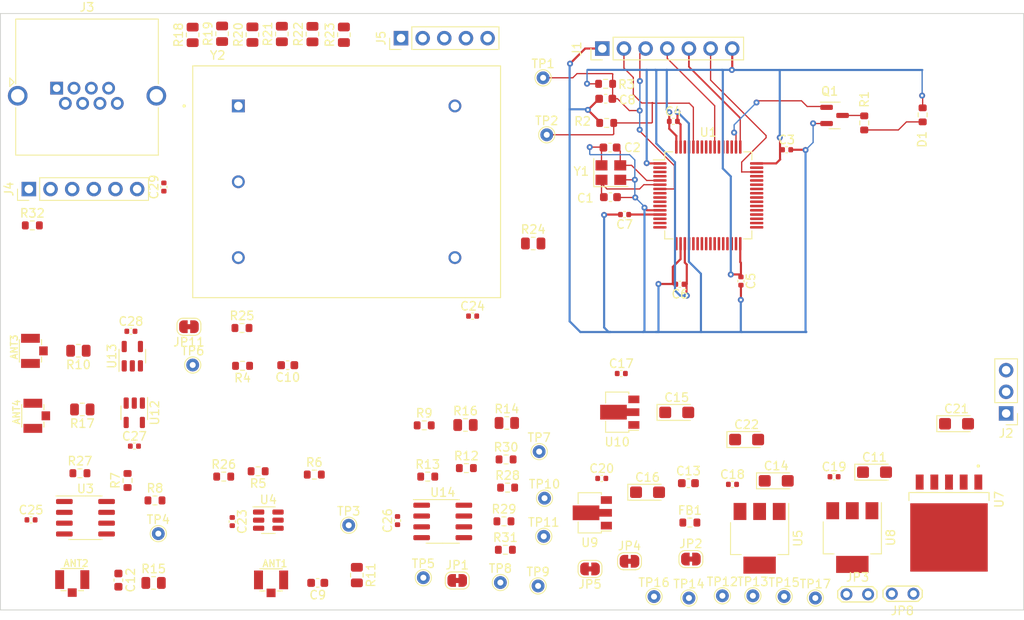
<source format=kicad_pcb>
(kicad_pcb (version 20221018) (generator pcbnew)
  (layers (0 "F.Cu" signal) (31 "B.Cu" power) (34 "B.Paste" user) (35 "F.Paste" user) (36 "B.SilkS" user "B.Silkscreen") (37 "F.SilkS" user "F.Silkscreen") (38 "B.Mask" user) (39 "F.Mask" user) (44 "Edge.Cuts" user))
  (net 0 "")
  (net 1 "+3.3V")
  (net 5 "/HSE_OUT")
  (net 6 "/HSE_IN")
  (net 11 "GND")
  (net 12 "+3.3VA")
  (net 13 "/LEDM3")
  (net 14 "/LEDM1")
  (net 15 "/LEDM2")
  (net 17 "EXT_CLK_IN")
  (net 21 "/COL5")
  (net 22 "/COL4")
  (net 23 "/COL3")
  (net 24 "/COL2")
  (net 25 "/COL1")
  (net 27 "Net-(J5-Pin_1)")
  (net 28 "/LEDH")
  (net 29 "/ROW4")
  (net 30 "/ROW3")
  (net 31 "/ROW2")
  (net 32 "/ROW1")
  (net 33 "/LEDG")
  (net 34 "/LEDE")
  (net 35 "/LEDD")
  (net 36 "/LEDC")
  (net 37 "/LEDB")
  (net 38 "/SWDIO")
  (net 40 "/SWDCLK")
  (net 41 "/LEDA")
  (net 42 "/LEDF")
  (net 43 "/USB_RX")
  (net 44 "/USB_TX")
  (net 45 "/SCL")
  (net 46 "/SWDTRC")
  (net 47 "/DB1")
  (net 48 "/DB2")
  (net 49 "/DB3")
  (net 50 "/DB4")
  (net 51 "/SDA")
  (net 52 "Net-(D1-K)")
  (net 53 "Net-(Q1-D)")
  (net 54 "/NRST")
  (net 55 "/BOOT0")
  (net 57 "Net-(ANT1-PadSIG)")
  (net 61 "-5VA")
  (net 62 "+5VA")
  (net 63 "+5V")
  (net 64 "Net-(ANT2-PadSIG)")
  (net 65 "Net-(C9-Pad1)")
  (net 66 "Net-(C12-Pad1)")
  (net 67 "Net-(R11-Pad1)")
  (net 68 "Net-(U3--)")
  (net 69 "Net-(R15-Pad1)")
  (net 75 "Net-(JP4-A)")
  (net 76 "Net-(JP5-A)")
  (net 77 "Net-(JP8-A)")
  (net 78 "-15V")
  (net 79 "+15V")
  (net 80 "/GPS_RX1")
  (net 81 "/GPS_TX1")
  (net 82 "Net-(J4-Pin_4)")
  (net 83 "/GPS_RX2")
  (net 84 "/GPS_TX2")
  (net 85 "GPS_PPS")
  (net 86 "Net-(ANT3-PadSIG)")
  (net 87 "Net-(ANT4-PadSIG)")
  (net 88 "Net-(R10-Pad1)")
  (net 89 "SYNC_IN")
  (net 90 "SYNC_OUT")
  (net 93 "Net-(R18-Pad2)")
  (net 94 "Net-(R19-Pad2)")
  (net 95 "Net-(R21-Pad2)")
  (net 96 "Net-(R22-Pad2)")
  (net 97 "Net-(J5-Pin_4)")
  (net 98 "OSC_ADJ")
  (net 99 "Net-(J5-Pin_2)")
  (net 100 "Net-(J5-Pin_3)")
  (net 101 "Net-(JP11-A)")
  (net 102 "Net-(JP11-B)")
  (net 103 "Net-(U14B--)")
  (net 104 "Net-(JP1-A)")
  (net 105 "Net-(U14B-+)")
  (net 106 "Net-(U14A-+)")
  (net 107 "Net-(R29-Pad2)")
  (net 108 "Net-(JP3-A)")
  (net 109 "Net-(JP2-A)")
  (net 110 "/GPS_EN")
  (net 119 "Net-(U4--)")
  (footprint "Resistor_SMD:R_0603_1608Metric" (layer "F.Cu") (at 159.300616 102.333933)
    (fp_text reference "R30")
    (fp_text value "130K")
  )
  (footprint "TestPoint:TestPoint_THTPad_D1.5mm_Drill0.7mm" (layer "F.Cu") (at 195.570333 118.600032)
    (fp_text reference "TP17")
    (fp_text value "~")
  )
  (footprint "Resistor_SMD:R_0603_1608Metric" (layer "F.Cu") (at 159.050923 109.600085)
    (fp_text reference "R29")
    (fp_text value "270R")
  )
  (footprint "Package_SO:SOIC-8_3.9x4.9mm_P1.27mm" (layer "F.Cu") (at 109.973354 109.179557)
    (fp_text reference "U3")
    (fp_text value "LM7171xIM" hide)
  )
  (footprint "Capacitor_SMD:C_0603_1608Metric" (layer "F.Cu") (at 171.540319 71.549211)
    (fp_text reference "C1")
    (fp_text value "33pF" hide)
  )
  (footprint "Jumper:SolderJumper-2_P1.3mm_Bridged_RoundedPad1.0x1.5mm" (layer "F.Cu") (at 153.572271 116.542202)
    (fp_text reference "JP1")
    (fp_text value "SolderJumper_2_Bridged" hide)
  )
  (footprint "Capacitor_SMD:C_0402_1005Metric" (layer "F.Cu") (at 173.198955 73.593031 180)
    (fp_text reference "C7")
    (fp_text value "100nF")
  )
  (footprint "Resistor_SMD:R_0603_1608Metric" (layer "F.Cu") (at 103.74036 74.868616)
    (fp_text reference "R32")
    (fp_text value "100R")
  )
  (footprint "TestPoint:TestPoint_THTPad_D1.5mm_Drill0.7mm" (layer "F.Cu") (at 188.245604 118.338434)
    (fp_text reference "TP13")
    (fp_text value "~")
  )
  (footprint "Resistor_SMD:R_0603_1608Metric" (layer "F.Cu") (at 126.186113 104.348681)
    (fp_text reference "R26")
    (fp_text value "1K0")
  )
  (footprint "TestPoint:TestPoint_THTPad_D1.5mm_Drill0.7mm" (layer "F.Cu") (at 140.846446 110.062628)
    (fp_text reference "TP3")
    (fp_text value "~")
  )
  (footprint "TestPoint:TestPoint_THTPad_D1.5mm_Drill0.7mm" (layer "F.Cu") (at 184.670439 118.338434)
    (fp_text reference "TP12")
    (fp_text value "TestPoint" hide)
  )
  (footprint "Capacitor_Tantalum_SMD:CP_EIA-3216-18_Kemet-A" (layer "F.Cu") (at 175.889159 106.186923)
    (fp_text reference "C16")
    (fp_text value "10uF")
  )
  (footprint "Resistor_SMD:R_0805_2012Metric" (layer "F.Cu") (at 133.007606 52.399826 90)
    (fp_text reference "R21")
    (fp_text value "49R9")
  )
  (footprint "Package_SO:SOIC-8_3.9x4.9mm_P1.27mm" (layer "F.Cu") (at 151.87447 109.612426)
    (fp_text reference "U14")
    (fp_text value "LM393")
  )
  (footprint "Package_TO_SOT_SMD:SOT-23-5" (layer "F.Cu") (at 115.467785 90.218692 90)
    (fp_text reference "U13")
    (fp_text value "SN74LVC1G14DBV" hide)
  )
  (footprint "Resistor_SMD:R_0805_2012Metric" (layer "F.Cu") (at 109.144291 89.575908 180)
    (fp_text reference "R10")
    (fp_text value "?? 150" hide)
  )
  (footprint "Resistor_SMD:R_0603_1608Metric" (layer "F.Cu") (at 154.643224 103.352711)
    (fp_text reference "R12")
    (fp_text value "1K0")
  )
  (footprint "TestPoint:TestPoint_THTPad_D1.5mm_Drill0.7mm" (layer "F.Cu") (at 158.632975 116.785604)
    (fp_text reference "TP8")
    (fp_text value "~")
  )
  (footprint "Resistor_SMD:R_0805_2012Metric" (layer "F.Cu") (at 136.591991 52.415728 90)
    (fp_text reference "R22")
    (fp_text value "49R9")
  )
  (footprint "TestPoint:TestPoint_THTPad_D1.5mm_Drill0.7mm" (layer "F.Cu") (at 118.516344 111.044724)
    (fp_text reference "TP4")
    (fp_text value "~")
  )
  (footprint "Connector_PinHeader_2.54mm:PinHeader_1x06_P2.54mm_Vertical" (layer "F.Cu") (at 103.333972 70.600693 90)
    (fp_text reference "J4")
    (fp_text value "Conn_01x06_Pin" hide)
  )
  (footprint "Resistor_SMD:R_0805_2012Metric" (layer "F.Cu") (at 129.554 52.478917 90)
    (fp_text reference "R20")
    (fp_text value "49R9")
  )
  (footprint "Jumper:SolderJumper-2_P1.3mm_Bridged_RoundedPad1.0x1.5mm" (layer "F.Cu") (at 169.14536 115.188327 180)
    (fp_text reference "JP5")
    (fp_text value "SolderJumper_2_Bridged" hide)
  )
  (footprint "blinky_footprints:U.FL-R-SMT-1" (layer "F.Cu") (at 103.522653 89.594049 90)
    (fp_text reference "ANT3")
    (fp_text value "U.FL-R-SMT-1")
  )
  (footprint "Crystal:Crystal_SMD_3225-4Pin_3.2x2.5mm" (layer "F.Cu") (at 171.591339 68.667315)
    (fp_text reference "Y1")
    (fp_text value "16MHz " hide)
  )
  (footprint "Capacitor_SMD:C_0603_1608Metric" (layer "F.Cu") (at 137.213174 116.82198 180)
    (fp_text reference "C9")
    (fp_text value "100nF" hide)
  )
  (footprint "TestPoint:TestPoint_THTPad_D1.5mm_Drill0.7mm" (layer "F.Cu") (at 180.747349 118.600904)
    (fp_text reference "TP14")
    (fp_text value "~")
  )
  (footprint "Capacitor_Tantalum_SMD:CP_EIA-3216-18_Kemet-A" (layer "F.Cu") (at 179.315346 96.81754)
    (fp_text reference "C15")
    (fp_text value "10uF")
  )
  (footprint "Capacitor_Tantalum_SMD:CP_EIA-3216-18_Kemet-A" (layer "F.Cu") (at 190.982961 104.847224)
    (fp_text reference "C14")
    (fp_text value "10uF")
  )
  (footprint "Package_TO_SOT_SMD:SOT-89-3" (layer "F.Cu") (at 169.113771 108.600798 180)
    (fp_text reference "U9")
    (fp_text value "L79L05_SOT89" hide)
  )
  (footprint "TestPoint:TestPoint_THTPad_D1.5mm_Drill0.7mm" (layer "F.Cu") (at 163.05541 117.182422)
    (fp_text reference "TP9")
    (fp_text value "~")
  )
  (footprint "Package_TO_SOT_SMD:SOT-23-5" (layer "F.Cu") (at 115.697499 96.858259 -90)
    (fp_text reference "U12")
    (fp_text value "SN74LVC1G14DBV" hide)
  )
  (footprint "Capacitor_SMD:C_0402_1005Metric" (layer "F.Cu") (at 179.68491 81.773417 180)
    (fp_text reference "C6")
    (fp_text value "100nF")
  )
  (footprint "Connector_RJ:RJ45_Amphenol_RJHSE5380" (layer "F.Cu") (at 106.595622 58.759458)
    (fp_text reference "J3")
    (fp_text value "RJ45" hide)
  )
  (footprint "Resistor_SMD:R_0603_1608Metric" (layer "F.Cu") (at 114.908684 104.806906 90)
    (fp_text reference "R7")
    (fp_text value "1K0")
  )
  (footprint "Resistor_SMD:R_0603_1608Metric" (layer "F.Cu") (at 136.808196 104.113434)
    (fp_text reference "R6")
    (fp_text value "510R")
  )
  (footprint "Resistor_SMD:R_0805_2012Metric" (layer "F.Cu") (at 154.538605 98.293557)
    (fp_text reference "R16")
    (fp_text value "4K7")
  )
  (footprint "Resistor_SMD:R_0805_2012Metric" (layer "F.Cu") (at 162.480803 76.991532)
    (fp_text reference "R24")
    (fp_text value "49R9")
  )
  (footprint "blinky_footprints:U.FL-R-SMT-1" (layer "F.Cu") (at 103.801369 97.215753 90)
    (fp_text reference "ANT4")
    (fp_text value "U.FL-R-SMT-1")
  )
  (footprint "Resistor_SMD:R_0603_1608Metric" (layer "F.Cu") (at 201.304414 62.837763 90)
    (fp_text reference "R1")
    (fp_text value "91" hide)
  )
  (footprint "TestPoint:TestPoint_2Pads_Pitch2.54mm_Drill0.8mm" (layer "F.Cu") (at 199.221472 118.164036)
    (fp_text reference "JP3")
    (fp_text value "~")
  )
  (footprint "Resistor_SMD:R_0805_2012Metric" (layer "F.Cu") (at 122.541334 52.50528 90)
    (fp_text reference "R18")
    (fp_text value "49R9")
  )
  (footprint "Jumper:SolderJumper-2_P1.3mm_Bridged_RoundedPad1.0x1.5mm" (layer "F.Cu") (at 122.108176 86.75901 180)
    (fp_text reference "JP11")
    (fp_text value "SolderJumper_2_Bridged" hide)
  )
  (footprint "Connector_PinHeader_2.54mm:PinHeader_1x07_P2.54mm_Vertical" (layer "F.Cu") (at 170.58497 54.10797 90)
    (fp_text reference "J1")
    (fp_text value "Conn_01x07" hide)
  )
  (footprint "TestPoint:TestPoint_THTPad_D1.5mm_Drill0.7mm" (layer "F.Cu") (at 163.719587 111.36544)
    (fp_text reference "TP11")
    (fp_text value "~")
  )
  (footprint "Resistor_SMD:R_0805_2012Metric" (layer "F.Cu") (at 159.386463 98.055938)
    (fp_text reference "R14")
    (fp_text value "4K7")
  )
  (footprint "Capacitor_Tantalum_SMD:CP_EIA-3216-18_Kemet-A" (layer "F.Cu") (at 212.12738 98.145485)
    (fp_text reference "C21")
    (fp_text value "10uF")
  )
  (footprint "Resistor_SMD:R_0805_2012Metric" (layer "F.Cu") (at 117.96136 116.829981)
    (fp_text reference "R15")
    (fp_text value "49R9" hide)
  )
  (footprint "TestPoint:TestPoint_THTPad_D1.5mm_Drill0.7mm" (layer "F.Cu") (at 163.809218 106.883928)
    (fp_text reference "TP10")
    (fp_text value "~")
  )
  (footprint "Jumper:SolderJumper-2_P1.3mm_Bridged_RoundedPad1.0x1.5mm" (layer "F.Cu") (at 173.774653 114.288187)
    (fp_text reference "JP4")
    (fp_text value "SolderJumper_2_Bridged" hide)
  )
  (footprint "Package_TO_SOT_SMD:SOT-223-3_TabPin2" (layer "F.Cu") (at 189.033576 111.593723 -90)
    (fp_text reference "U5")
    (fp_text value "AMS1117-3.3" hide)
  )
  (footprint "Jumper:SolderJumper-2_P1.3mm_Bridged_RoundedPad1.0x1.5mm" (layer "F.Cu") (at 180.975776 114.031004)
    (fp_text reference "JP2")
    (fp_text value "SolderJumper_2_Bridged" hide)
  )
  (footprint "Capacitor_SMD:C_0402_1005Metric" (layer "F.Cu") (at 170.5209 104.563719)
    (fp_text reference "C20")
    (fp_text value "100nF")
  )
  (footprint "Capacitor_SMD:C_0603_1608Metric" (layer "F.Cu") (at 113.836136 116.499932 -90)
    (fp_text reference "C12")
    (fp_text value "100nF" hide)
  )
  (footprint "Resistor_SMD:R_0805_2012Metric" (layer "F.Cu") (at 140.280161 52.491772 90)
    (fp_text reference "R23")
    (fp_text value "49R9")
  )
  (footprint "Resistor_SMD:R_0603_1608Metric" (layer "F.Cu") (at 128.328017 86.908469)
    (fp_text reference "R25")
    (fp_text value "100R")
  )
  (footprint "Resistor_SMD:R_0603_1608Metric" (layer "F.Cu") (at 170.971531 58.250025)
    (fp_text reference "R3")
    (fp_text value "4K7" hide)
  )
  (footprint "Resistor_SMD:R_0805_2012Metric" (layer "F.Cu") (at 125.99494 52.373463 90)
    (fp_text reference "R19")
    (fp_text value "49R9")
  )
  (footprint "Capacitor_SMD:C_0402_1005Metric" (layer "F.Cu") (at 127.187111 109.629722 -90)
    (fp_text reference "C23")
    (fp_text value "100nF" hide)
  )
  (footprint "blinky_footprints:U.FL-R-SMT-1" (layer "F.Cu") (at 131.740561 116.474615)
    (fp_text reference "ANT1")
    (fp_text value "U.FL-R-SMT-1")
  )
  (footprint "Resistor_SMD:R_0603_1608Metric" (layer "F.Cu") (at 159.479452 105.642701)
    (fp_text reference "R28")
    (fp_text value "1K0")
  )
  (footprint "Capacitor_SMD:C_0603_1608Metric" (layer "F.Cu") (at 180.684586 105.124279)
    (fp_text reference "C13")
    (fp_text value "100nF")
  )
  (footprint "Resistor_SMD:R_0603_1608Metric" (layer "F.Cu") (at 150.112598 104.350902)
    (fp_text reference "R13")
    (fp_text value "130K")
  )
  (footprint "Capacitor_SMD:C_0402_1005Metric" (layer "F.Cu") (at 103.588861 109.429044)
    (fp_text reference "C25")
    (fp_text value "100nF" hide)
  )
  (footprint "Connector_PinHeader_2.54mm:PinHeader_1x05_P2.54mm_Vertical" (layer "F.Cu") (at 146.975573 52.888661 90)
    (fp_text reference "J5")
    (fp_text value "Conn_01x05_Pin" hide)
  )
  (footprint "Resistor_SMD:R_0603_1608Metric" (layer "F.Cu") (at 109.324129 103.956542)
    (fp_text reference "R27")
    (fp_text value "1K0")
  )
  (footprint "Package_QFP:LQFP-64_10x10mm_P0.5mm" (layer "F.Cu") (at 183.015261 71.341385)
    (fp_text reference "U1")
    (fp_text value "STM32F405RGTx" hide)
  )
  (footprint "Capacitor_SMD:C_0402_1005Metric" (layer "F.Cu") (at 178.918971 62.656294)
    (fp_text reference "C4")
    (fp_text value "100nF")
  )
  (footprint "Package_TO_SOT_SMD:SOT-23-6" (layer "F.Cu") (at 131.419799 109.460844)
    (fp_text reference "U4")
    (fp_text value "ADA4807-1")
  )
  (footprint "Resistor_SMD:R_0603_1608Metric" (layer "F.Cu") (at 128.395212 91.349127 180)
    (fp_text reference "R4")
    (fp_text value "100R")
  )
  (footprint "Capacitor_SMD:C_0402_1005Metric" (layer "F.Cu") (at 197.765668 104.364806)
    (fp_text reference "C19")
    (fp_text value "100nF")
  )
  (footprint "Capacitor_SMD:C_0603_1608Metric" (layer "F.Cu") (at 171.492245 65.732256 180)
    (fp_text reference "C2")
    (fp_text value "33pF" hide)
  )
  (footprint "TestPoint:TestPoint_2Pads_Pitch2.54mm_Drill0.8mm" (layer "F.Cu") (at 207.078525 118.096591 180)
    (fp_text reference "JP8")
    (fp_text value "~")
  )
  (footprint "blinky_footprints:U.FL-R-SMT-1" (layer "F.Cu") (at 108.42083 116.439964)
    (fp_text reference "ANT2")
    (fp_text value "U.FL-R-SMT-1")
  )
  (footprint "TestPoint:TestPoint_THTPad_D1.5mm_Drill0.7mm" (layer "F.Cu") (at 149.597327 116.217775)
    (fp_text reference "TP5")
    (fp_text value "~")
  )
  (footprint "blinky_footprints:DPAK172P1054X200-6N" (layer "F.Cu") (at 211.244779 109.803138 -90)
    (fp_text reference "U7")
    (fp_text value "BA50DD0WHFP-TR" hide)
  )
  (footprint "Package_TO_SOT_SMD:SOT-89-3" (layer "F.Cu") (at 172.334368 96.78724 180)
    (fp_text reference "U10")
    (fp_text value "L78L05_SOT89" hide)
  )
  (footprint "TestPoint:TestPoint_THTPad_D1.5mm_Drill0.7mm" (layer "F.Cu") (at 191.907968 118.425634)
    (fp_text reference "TP15")
    (fp_text value "~")
  )
  (footprint "Capacitor_Tantalum_SMD:CP_EIA-3216-18_Kemet-A" (layer "F.Cu") (at 187.51044 100.001339)
    (fp_text reference "C22")
    (fp_text value "10uF")
  )
  (footprint "Capacitor_Tantalum_SMD:CP_EIA-3216-18_Kemet-A" (layer "F.Cu") (at 202.507899 103.82926)
    (fp_text reference "C11")
    (fp_text value "10uF")
  )
  (footprint "blinky_footprints:XTAL_AOCJY4A-10.000MHZ-SW" (layer "F.Cu") (at 140.601966 69.746393)
    (fp_text reference "Y2")
    (fp_text value "AOCJY4A-10.000MHZ-SW")
  )
  (footprint "Package_TO_SOT_SMD:SOT-23" (layer "F.Cu") (at 197.825434 61.960255)
    (fp_text reference "Q1")
    (fp_text value "2N7002" hide)
  )
  (footprint "Capacitor_SMD:C_0402_1005Metric" (layer "F.Cu") (at 115.302856 87.293533)
    (fp_text reference "C28")
    (fp_text value "100nF" hide)
  )
  (footprint "Capacitor_SMD:C_0402_1005Metric" (layer "F.Cu") (at 115.712856 100.775084)
    (fp_text reference "C27")
    (fp_text value "100nF" hide)
  )
  (footprint "Capacitor_SMD:C_0402_1005Metric" (layer "F.Cu") (at 185.852182 105.261191)
    (fp_text reference "C18")
    (fp_text value "100nF")
  )
  (footprint "TestPoint:TestPoint_THTPad_D1.5mm_Drill0.7mm" (layer "F.Cu") (at 163.181806 101.416482)
    (fp_text reference "TP7")
    (fp_text value "~")
  )
  (footprint "Capacitor_SMD:C_0402_1005Metric" (layer "F.Cu") (at 155.377808 85.510395)
    (fp_text reference "C24")
    (fp_text value "100nF" hide)
  )
  (footprint "TestPoint:TestPoint_THTPad_D1.5mm_Drill0.7mm" (layer "F.Cu") (at 176.651379 118.433084)
    (fp_text reference "TP16")
    (fp_text value "~")
  )
  (footprint "Resistor_SMD:R_0805_2012Metric" (layer "F.Cu") (at 141.801572 115.90948 -90)
    (fp_text reference "R11")
    (fp_text value "49R9" hide)
  )
  (footprint "Resistor_SMD:R_0603_1608Metric" (layer "F.Cu") (at 208.154688 61.893875 90)
    (fp_text reference "D1")
    (fp_text value "LED" hide)
  )
  (footprint "Resistor_SMD:R_0603_1608Metric" (layer "F.Cu") (at 171.099615 62.839482 180)
    (fp_text reference "R2")
    (fp_text value "4K7" hide)
  )
  (footprint "Resistor_SMD:R_0603_1608Metric" (layer "F.Cu") (at 130.223782 103.726116 180)
    (fp_text reference "R5")
    (fp_text value "1K0")
  )
  (footprint "Capacitor_SMD:C_0603_1608Metric" (layer "F.Cu") (at 133.694581 91.275655 180)
    (fp_text reference "C10")
    (fp_text value "100nF" hide)
  )
  (footprint "Resistor_SMD:R_0603_1608Metric" (layer "F.Cu") (at 159.217107 112.939626)
    (fp_text reference "R31")
    (fp_text value "22R0")
  )
  (footprint "Capacitor_SMD:C_0603_1608Metric" (layer "F.Cu") (at 170.988438 60.002351 180)
    (fp_text reference "C8")
    (fp_text value "100nF" hide)
  )
  (footprint "Package_TO_SOT_SMD:SOT-223-3_TabPin2" (layer "F.Cu") (at 199.907771 111.506053 -90)
    (fp_text reference "U8")
    (fp_text value "AMS1117-5.0" hide)
  )
  (footprint "TestPoint:TestPoint_THTPad_D1.5mm_Drill0.7mm" (layer "F.Cu") (at 122.550009 91.251516)
    (fp_text reference "TP6")
    (fp_text value "TestPoint")
  )
  (footprint "Capacitor_SMD:C_0402_1005Metric" (layer "F.Cu") (at 146.57085 109.514323 90)
    (fp_text reference "C26")
    (fp_text value "100nF" hide)
  )
  (footprint "Resistor_SMD:R_0805_2012Metric" (layer "F.Cu") (at 109.599909 96.469373 180)
    (fp_text reference "R17")
    (fp_text value "?? 1500" hide)
  )
  (footprint "Capacitor_SMD:C_0402_1005Metric" (layer "F.Cu") (at 119.16721 70.363703 90)
    (fp_text reference "C29")
    (fp_text value "100nF" hide)
  )
  (footprint "Capacitor_SMD:C_0402_1005Metric" (layer "F.Cu") (at 186.844757 81.396838 -90)
    (fp_text reference "C5")
    (fp_text value "100nF")
  )
  (footprint "Resistor_SMD:R_0603_1608Metric" (layer "F.Cu") (at 118.123867 107.144551)
    (fp_text reference "R8")
    (fp_text value "510R")
  )
  (footprint "TestPoint:TestPoint_THTPad_D1.5mm_Drill0.7mm" (layer "F.Cu") (at 163.643595 57.544352)
    (fp_text reference "TP1")
    (fp_text value "~")
  )
  (footprint "Capacitor_SMD:C_0402_1005Metric" (layer "F.Cu") (at 172.812912 92.250117)
    (fp_text reference "C17")
    (fp_text value "100nF")
  )
  (footprint "TestPoint:TestPoint_THTPad_D1.5mm_Drill0.7mm" (layer "F.Cu") (at 164.070502 64.232561)
    (fp_text reference "TP2")
    (fp_text value "~")
  )
  (footprint "Resistor_SMD:R_0603_1608Metric" (layer "F.Cu") (at 180.855165 109.743497)
    (fp_text reference "FB1")
    (fp_text value "120Ω@100MHz " hide)
  )
  (footprint "Capacitor_SMD:C_0402_1005Metric" (layer "F.Cu") (at 192.204598 65.986553)
    (fp_text reference "C3")
    (fp_text value "100nF")
  )
  (footprint "Resistor_SMD:R_0603_1608Metric" (layer "F.Cu") (at 149.698808 98.336114)
    (fp_text reference "R9")
    (fp_text value "1K0")
  )
  (footprint "Connector_PinHeader_2.54mm:PinHeader_1x03_P2.54mm_Vertical" (layer "F.Cu") (at 217.945318 96.937443 180)
    (fp_text reference "J2")
    (fp_text value "Conn_01x03_Pin" hide)
  )
  (gr_line (start 220 120) (end 100 120) (stroke (width 0.1)) (layer "Edge.Cuts"))
  (gr_line (start 100 50) (end 220 50) (stroke (width 0.1)) (layer "Edge.Cuts"))
  (gr_line (start 220 50) (end 220 120) (stroke (width 0.1)) (layer "Edge.Cuts"))
  (gr_line (start 100 50) (end 100 120) (stroke (width 0.1)) (layer "Edge.Cuts"))
  (segment (start 191.440403 67.127409) (end 191.429598 67.116604) (width 0.25) (layer "F.Cu") (net 1))
  (segment (start 185.82497 56.579848) (end 185.782195 56.622623) (width 0.25) (layer "F.Cu") (net 1))
  (segment (start 180.492336 81.740991) (end 180.45991 81.773417) (width 0.25) (layer "F.Cu") (net 1))
  (segment (start 178.438971 61.590372) (end 178.438971 62.656294) (width 0.25) (layer "F.Cu") (net 1))
  (segment (start 178.428495 61.590372) (end 178.438971 61.590372) (width 0.25) (layer "F.Cu") (net 1))
  (segment (start 170.146531 58.250025) (end 168.813979 58.250025) (width 0.15) (layer "F.Cu") (net 1))
  (segment (start 178.438971 62.656294) (end 178.438971 63.526484) (width 0.25) (layer "F.Cu") (net 1))
  (segment (start 180.265261 77.016385) (end 180.265261 79.232063) (width 0.25) (layer "F.Cu") (net 1))
  (segment (start 191.429598 65.986553) (end 191.429598 64.585202) (width 0.25) (layer "F.Cu") (net 1))
  (segment (start 188.690261 67.591385) (end 190.976427 67.591385) (width 0.25) (layer "F.Cu") (net 1))
  (segment (start 180.492336 79.459138) (end 180.492336 81.740991) (width 0.25) (layer "F.Cu") (net 1))
  (segment (start 180.265261 79.232063) (end 180.492336 79.459138) (width 0.25) (layer "F.Cu") (net 1))
  (segment (start 191.429598 64.585202) (end 191.398543 64.554147) (width 0.25) (layer "F.Cu") (net 1))
  (segment (start 178.438971 63.526484) (end 179.275718 64.363231) (width 0.25) (layer "F.Cu") (net 1))
  (segment (start 175.826246 67.591385) (end 175.791979 67.557118) (width 0.25) (layer "F.Cu") (net 1))
  (segment (start 190.976427 67.591385) (end 191.440403 67.127409) (width 0.25) (layer "F.Cu") (net 1))
  (segment (start 179.275718 64.363231) (end 179.265261 64.373688) (width 0.25) (layer "F.Cu") (net 1))
  (segment (start 208.154688 61.068875) (end 208.154688 59.690969) (width 0.15) (layer "F.Cu") (net 1))
  (segment (start 191.429598 67.116604) (end 191.429598 65.986553) (width 0.25) (layer "F.Cu") (net 1))
  (segment (start 177.340261 67.591385) (end 175.826246 67.591385) (width 0.25) (layer "F.Cu") (net 1))
  (segment (start 168.813979 58.250025) (end 168.795889 58.231935) (width 0.15) (layer "F.Cu") (net 1))
  (segment (start 186.844757 79.250895) (end 186.844757 80.621838) (width 0.25) (layer "F.Cu") (net 1))
  (segment (start 186.765261 79.171399) (end 186.844757 79.250895) (width 0.25) (layer "F.Cu") (net 1))
  (segment (start 180.45991 81.773417) (end 180.45991 83.06328) (width 0.25) (layer "F.Cu") (net 1))
  (segment (start 208.154688 59.690969) (end 208.094779 59.63106) (width 0.15) (layer "F.Cu") (net 1))
  (segment (start 180.45991 83.06328) (end 180.502587 83.105957) (width 0.25) (layer "F.Cu") (net 1))
  (segment (start 186.765261 77.016385) (end 186.765261 79.171399) (width 0.25) (layer "F.Cu") (net 1))
  (segment (start 185.82497 54.10797) (end 185.82497 56.579848) (width 0.25) (layer "F.Cu") (net 1))
  (segment (start 179.265261 64.373688) (end 179.265261 65.666385) (width 0.25) (layer "F.Cu") (net 1))
  (segment (start 186.844757 80.621838) (end 185.663249 80.621838) (width 0.25) (layer "F.Cu") (net 1))
  (segment (start 185.663249 80.621838) (end 185.655101 80.629986) (width 0.25) (layer "F.Cu") (net 1))
  (via (at 168.795889 58.231935) (size 0.7) (drill 0.3) (layers "F.Cu" "B.Cu") (net 1))
  (via (at 185.782195 56.622623) (size 0.7) (drill 0.3) (layers "F.Cu" "B.Cu") (net 1))
  (via (at 191.398543 64.554147) (size 0.7) (drill 0.3) (layers "F.Cu" "B.Cu") (net 1))
  (via (at 180.502587 83.105957) (size 0.7) (drill 0.3) (layers "F.Cu" "B.Cu") (net 1))
  (via (at 175.791979 67.557118) (size 0.7) (drill 0.3) (layers "F.Cu" "B.Cu") (net 1))
  (via (at 208.094779 59.63106) (size 0.7) (drill 0.3) (layers "F.Cu" "B.Cu") (net 1))
  (via (at 178.438971 61.590372) (size 0.7) (drill 0.3) (layers "F.Cu" "B.Cu") (net 1))
  (via (at 185.655101 80.629986) (size 0.7) (drill 0.3) (layers "F.Cu" "B.Cu") (net 1))
  (segment (start 179.111868 82.503165) (end 179.111868 67.44726) (width 0.25) (layer "B.Cu") (net 1))
  (segment (start 191.398543 64.554147) (end 191.398543 56.679596) (width 0.25) (layer "B.Cu") (net 1))
  (segment (start 191.398543 56.679596) (end 191.34157 56.622623) (width 0.25) (layer "B.Cu") (net 1))
  (segment (start 179.71466 83.105957) (end 179.111868 82.503165) (width 0.25) (layer "B.Cu") (net 1))
  (segment (start 191.34157 56.622623) (end 208.114749 56.622623) (width 0.25) (layer "B.Cu") (net 1))
  (segment (start 185.771247 56.611675) (end 185.782195 56.622623) (width 0.25) (layer "B.Cu") (net 1))
  (segment (start 176.917328 56.725677) (end 176.803326 56.611675) (width 0.25) (layer "B.Cu") (net 1))
  (segment (start 178.438971 61.590372) (end 178.149208 61.300609) (width 0.25) (layer "B.Cu") (net 1))
  (segment (start 178.149208 56.611675) (end 176.803326 56.611675) (width 0.25) (layer "B.Cu") (net 1))
  (segment (start 175.791979 56.611675) (end 168.844988 56.611675) (width 0.25) (layer "B.Cu") (net 1))
  (segment (start 184.632783 56.611675) (end 185.771247 56.611675) (width 0.25) (layer "B.Cu") (net 1))
  (segment (start 185.655101 69.12197) (end 184.71916 68.186029) (width 0.25) (layer "B.Cu") (net 1))
  (segment (start 184.71916 68.186029) (end 184.71916 56.698052) (width 0.25) (layer "B.Cu") (net 1))
  (segment (start 175.791979 67.557118) (end 175.791979 56.611675) (width 0.25) (layer "B.Cu") (net 1))
  (segment (start 168.795889 56.660774) (end 168.844988 56.611675) (width 0.15) (layer "B.Cu") (net 1))
  (segment (start 184.71916 56.698052) (end 184.632783 56.611675) (width 0.25) (layer "B.Cu") (net 1))
  (segment (start 208.094779 59.63106) (end 208.094779 56.642593) (width 0.15) (layer "B.Cu") (net 1))
  (segment (start 176.803326 56.611675) (end 175.791979 56.611675) (width 0.25) (layer "B.Cu") (net 1))
  (segment (start 180.502587 83.105957) (end 179.71466 83.105957) (width 0.25) (layer "B.Cu") (net 1))
  (segment (start 168.795889 58.231935) (end 168.795889 56.660774) (width 0.15) (layer "B.Cu") (net 1))
  (segment (start 179.111868 67.44726) (end 176.917328 65.25272) (width 0.25) (layer "B.Cu") (net 1))
  (segment (start 185.655101 80.629986) (end 185.655101 69.12197) (width 0.25) (layer "B.Cu") (net 1))
  (segment (start 178.149208 61.300609) (end 178.149208 56.611675) (width 0.25) (layer "B.Cu") (net 1))
  (segment (start 176.917328 65.25272) (end 176.917328 56.725677) (width 0.25) (layer "B.Cu") (net 1))
  (segment (start 178.149208 56.611675) (end 184.632783 56.611675) (width 0.25) (layer "B.Cu") (net 1))
  (segment (start 185.782195 56.622623) (end 191.34157 56.622623) (width 0.25) (layer "B.Cu") (net 1))
  (segment (start 208.094779 56.642593) (end 208.114749 56.622623) (width 0.15) (layer "B.Cu") (net 1))
  (segment (start 175.455942 70.091385) (end 177.340261 70.091385) (width 0.15) (layer "F.Cu") (net 5))
  (segment (start 170.491339 69.946215) (end 171.133296 70.588172) (width 0.15) (layer "F.Cu") (net 5))
  (segment (start 170.491339 69.517315) (end 170.491339 71.275231) (width 0.15) (layer "F.Cu") (net 5))
  (segment (start 170.491339 71.275231) (end 170.765319 71.549211) (width 0.15) (layer "F.Cu") (net 5))
  (segment (start 170.491339 69.517315) (end 170.491339 69.946215) (width 0.15) (layer "F.Cu") (net 5))
  (segment (start 171.133296 70.588172) (end 174.959155 70.588172) (width 0.15) (layer "F.Cu") (net 5))
  (segment (start 174.959155 70.588172) (end 175.455942 70.091385) (width 0.15) (layer "F.Cu") (net 5))
  (segment (start 172.691339 66.15635) (end 172.691339 67.817315) (width 0.15) (layer "F.Cu") (net 6))
  (segment (start 174.017547 67.817315) (end 172.691339 67.817315) (width 0.15) (layer "F.Cu") (net 6))
  (segment (start 177.340261 69.591385) (end 175.791617 69.591385) (width 0.15) (layer "F.Cu") (net 6))
  (segment (start 175.791617 69.591385) (end 174.017547 67.817315) (width 0.15) (layer "F.Cu") (net 6))
  (segment (start 172.267245 65.732256) (end 172.691339 66.15635) (width 0.15) (layer "F.Cu") (net 6))
  (segment (start 186.844757 82.171838) (end 186.844757 83.593453) (width 0.25) (layer "F.Cu") (net 11))
  (segment (start 174.388012 69.517315) (end 174.400875 69.504452) (width 0.15) (layer "F.Cu") (net 11))
  (segment (start 178.858259 79.731485) (end 179.765261 78.824483) (width 0.25) (layer "F.Cu") (net 11))
  (segment (start 177.340261 73.091385) (end 175.83221 73.091385) (width 0.25) (layer "F.Cu") (net 11))
  (segment (start 179.765261 65.666385) (end 179.765261 63.022584) (width 0.25) (layer "F.Cu") (net 11))
  (segment (start 170.717245 65.732256) (end 170.663583 65.678594) (width 0.15) (layer "F.Cu") (net 11))
  (segment (start 195.331319 62.910255) (end 195.308837 62.887773) (width 0.15) (layer "F.Cu") (net 11))
  (segment (start 170.274615 62.688175) (end 168.891028 61.304588) (width 0.25) (layer "F.Cu") (net 11))
  (segment (start 170.274615 62.839482) (end 170.274615 62.688175) (width 0.25) (layer "F.Cu") (net 11))
  (segment (start 170.84732 73.593031) (end 170.799564 73.640787) (width 0.25) (layer "F.Cu") (net 11))
  (segment (start 168.578748 54.10797) (end 170.58497 54.10797) (width 0.25) (layer "F.Cu") (net 11))
  (segment (start 168.891028 61.304588) (end 168.911201 61.304588) (width 0.25) (layer "F.Cu") (net 11))
  (segment (start 174.450135 71.589792) (end 172.3559 71.589792) (width 0.15) (layer "F.Cu") (net 11))
  (segment (start 170.717245 65.732256) (end 170.491339 65.958162) (width 0.15) (layer "F.Cu") (net 11))
  (segment (start 192.979598 65.986553) (end 194.393244 65.986553) (width 0.25) (layer "F.Cu") (net 11))
  (segment (start 172.423955 73.593031) (end 170.84732 73.593031) (width 0.25) (layer "F.Cu") (net 11))
  (segment (start 172.691339 69.517315) (end 174.388012 69.517315) (width 0.15) (layer "F.Cu") (net 11))
  (segment (start 179.765261 78.824483) (end 179.765261 77.016385) (width 0.25) (layer "F.Cu") (net 11))
  (segment (start 179.765261 63.022584) (end 179.398971 62.656294) (width 0.25) (layer "F.Cu") (net 11))
  (segment (start 178.90991 81.771262) (end 178.858259 81.719611) (width 0.25) (layer "F.Cu") (net 11))
  (segment (start 178.858259 81.719611) (end 178.858259 79.731485) (width 0.25) (layer "F.Cu") (net 11))
  (segment (start 194.393244 65.986553) (end 194.422717 66.016026) (width 0.25) (layer "F.Cu") (net 11))
  (segment (start 170.663583 65.678594) (end 169.113636 65.678594) (width 0.15) (layer "F.Cu") (net 11))
  (segment (start 170.491339 65.958162) (end 170.491339 67.817315) (width 0.15) (layer "F.Cu") (net 11))
  (segment (start 186.844757 83.593453) (end 186.83033 83.60788) (width 0.25) (layer "F.Cu") (net 11))
  (segment (start 175.83221 73.091385) (end 175.531661 72.790836) (width 0.25) (layer "F.Cu") (net 11))
  (segment (start 196.887934 62.910255) (end 195.331319 62.910255) (width 0.15) (layer "F.Cu") (net 11))
  (segment (start 178.879437 81.742944) (end 178.90991 81.773417) (width 0.25) (layer "F.Cu") (net 11))
  (segment (start 172.3559 71.589792) (end 172.315319 71.549211) (width 0.15) (layer "F.Cu") (net 11))
  (segment (start 168.911201 61.304588) (end 170.213438 60.002351) (width 0.25) (layer "F.Cu") (net 11))
  (segment (start 179.398971 61.552389) (end 179.398971 62.656294) (width 0.25) (layer "F.Cu") (net 11))
  (segment (start 166.803164 55.883554) (end 168.578748 54.10797) (width 0.25) (layer "F.Cu") (net 11))
  (segment (start 177.171895 81.742944) (end 178.879437 81.742944) (width 0.25) (layer "F.Cu") (net 11))
  (segment (start 178.90991 81.773417) (end 178.90991 81.771262) (width 0.25) (layer "F.Cu") (net 11))
  (via (at 174.400875 69.504452) (size 0.7) (drill 0.3) (layers "F.Cu" "B.Cu") (net 11))
  (via (at 179.398971 61.552389) (size 0.7) (drill 0.3) (layers "F.Cu" "B.Cu") (net 11))
  (via (at 170.799564 73.640787) (size 0.7) (drill 0.3) (layers "F.Cu" "B.Cu") (net 11))
  (via (at 195.308837 62.887773) (size 0.7) (drill 0.3) (layers "F.Cu" "B.Cu") (net 11))
  (via (at 169.113636 65.678594) (size 0.7) (drill 0.3) (layers "F.Cu" "B.Cu") (net 11))
  (via (at 166.803164 55.883554) (size 0.7) (drill 0.3) (layers "F.Cu" "B.Cu") (net 11))
  (via (at 186.83033 83.60788) (size 0.7) (drill 0.3) (layers "F.Cu" "B.Cu") (net 11))
  (via (at 194.422717 66.016026) (size 0.7) (drill 0.3) (layers "F.Cu" "B.Cu") (net 11))
  (via (at 174.450135 71.589792) (size 0.7) (drill 0.3) (layers "F.Cu" "B.Cu") (net 11))
  (via (at 168.891028 61.304588) (size 0.7) (drill 0.3) (layers "F.Cu" "B.Cu") (net 11))
  (via (at 175.531661 72.790836) (size 0.7) (drill 0.3) (layers "F.Cu" "B.Cu") (net 11))
  (via (at 177.171895 81.742944) (size 0.7) (drill 0.3) (layers "F.Cu" "B.Cu") (net 11))
  (segment (start 168.011736 87.382548) (end 166.754432 86.125244) (width 0.25) (layer "B.Cu") (net 11))
  (segment (start 174.400875 71.540532) (end 174.450135 71.589792) (width 0.15) (layer "B.Cu") (net 11))
  (segment (start 174.400875 69.504452) (end 174.400875 71.540532) (width 0.15) (layer "B.Cu") (net 11))
  (segment (start 194.422717 66.016026) (end 194.422717 87.291186) (width 0.25) (layer "B.Cu") (net 11))
  (segment (start 175.379442 87.382548) (end 176.895249 87.382548) (width 0.25) (layer "B.Cu") (net 11))
  (segment (start 182.154379 87.382548) (end 176.895249 87.382548) (width 0.25) (layer "B.Cu") (net 11))
  (segment (start 194.500875 87.369344) (end 194.487671 87.382548) (width 0.25) (layer "B.Cu") (net 11))
  (segment (start 182.154379 80.545199) (end 182.154379 87.382548) (width 0.25) (layer "B.Cu") (net 11))
  (segment (start 186.919404 87.382548) (end 182.154379 87.382548) (width 0.25) (layer "B.Cu") (net 11))
  (segment (start 175.531661 72.790836) (end 175.531661 87.230329) (width 0.25) (layer "B.Cu") (net 11))
  (segment (start 166.754432 61.23809) (end 166.754432 55.932286) (width 0.25) (layer "B.Cu") (net 11))
  (segment (start 170.799564 86.848147) (end 170.875907 86.92449) (width 0.25) (layer "B.Cu") (net 11))
  (segment (start 170.799564 73.640787) (end 170.799564 86.848147) (width 0.25) (layer "B.Cu") (net 11))
  (segment (start 171.333965 87.382548) (end 171.519413 87.382548) (width 0.25) (layer "B.Cu") (net 11))
  (segment (start 174.450135 71.589792) (end 175.531661 72.671318) (width 0.15) (layer "B.Cu") (net 11))
  (segment (start 177.174214 87.382548) (end 177.174214 81.745263) (width 0.25) (layer "B.Cu") (net 11))
  (segment (start 180.741041 62.894459) (end 180.741041 79.131861) (width 0.25) (layer "B.Cu") (net 11))
  (segment (start 169.113636 66.499593) (end 169.179316 66.565273) (width 0.15) (layer "B.Cu") (net 11))
  (segment (start 194.422717 87.291186) (end 194.500875 87.369344) (width 0.25) (layer "B.Cu") (net 11))
  (segment (start 169.179316 66.565273) (end 173.776915 66.565273) (width 0.15) (layer "B.Cu") (net 11))
  (segment (start 174.400875 67.189233) (end 174.400875 69.504452) (width 0.15) (layer "B.Cu") (net 11))
  (segment (start 166.754432 86.125244) (end 166.754432 61.23809) (width 0.25) (layer "B.Cu") (net 11))
  (segment (start 176.895249 87.382548) (end 177.174214 87.382548) (width 0.25) (layer "B.Cu") (net 11))
  (segment (start 175.531661 87.230329) (end 175.379442 87.382548) (width 0.25) (layer "B.Cu") (net 11))
  (segment (start 195.308837 65.129906) (end 194.422717 66.016026) (width 0.15) (layer "B.Cu") (net 11))
  (segment (start 173.776915 66.565273) (end 174.400875 67.189233) (width 0.15) (layer "B.Cu") (net 11))
  (segment (start 168.82453 61.23809) (end 168.891028 61.304588) (width 0.25) (layer "B.Cu") (net 11))
  (segment (start 177.174214 81.745263) (end 177.171895 81.742944) (width 0.25) (layer "B.Cu") (net 11))
  (segment (start 186.83033 87.293474) (end 186.919404 87.382548) (width 0.25) (layer "B.Cu") (net 11))
  (segment (start 171.519413 87.382548) (end 175.379442 87.382548) (width 0.25) (layer "B.Cu") (net 11))
  (segment (start 175.531661 72.671318) (end 175.531661 72.790836) (width 0.15) (layer "B.Cu") (net 11))
  (segment (start 194.487671 87.382548) (end 186.919404 87.382548) (width 0.25) (layer "B.Cu") (net 11))
  (segment (start 186.83033 83.60788) (end 186.83033 87.293474) (width 0.25) (layer "B.Cu") (net 11))
  (segment (start 171.519413 87.382548) (end 168.011736 87.382548) (width 0.25) (layer "B.Cu") (net 11))
  (segment (start 170.875907 86.92449) (end 171.333965 87.382548) (width 0.25) (layer "B.Cu") (net 11))
  (segment (start 169.113636 65.678594) (end 169.113636 66.499593) (width 0.15) (layer "B.Cu") (net 11))
  (segment (start 179.398971 61.552389) (end 180.741041 62.894459) (width 0.25) (layer "B.Cu") (net 11))
  (segment (start 180.741041 79.131861) (end 182.154379 80.545199) (width 0.25) (layer "B.Cu") (net 11))
  (segment (start 195.308837 62.887773) (end 195.308837 65.129906) (width 0.15) (layer "B.Cu") (net 11))
  (segment (start 166.754432 61.23809) (end 168.82453 61.23809) (width 0.25) (layer "B.Cu") (net 11))
  (segment (start 166.754432 55.932286) (end 166.803164 55.883554) (width 0.25) (layer "B.Cu") (net 11))
  (segment (start 177.340261 73.591385) (end 173.975601 73.591385) (width 0.25) (layer "F.Cu") (net 12))
  (segment (start 173.975601 73.591385) (end 173.973955 73.593031) (width 0.25) (layer "F.Cu") (net 12))
  (segment (start 183.28497 57.815233) (end 189.791928 64.322191) (width 0.15) (layer "F.Cu") (net 38))
  (segment (start 189.791928 64.576151) (end 186.929966 67.438113) (width 0.15) (layer "F.Cu") (net 38))
  (segment (start 183.28497 54.10797) (end 183.28497 57.815233) (width 0.15) (layer "F.Cu") (net 38))
  (segment (start 189.791928 64.322191) (end 189.791928 64.576151) (width 0.15) (layer "F.Cu") (net 38))
  (segment (start 186.929966 67.438113) (end 186.929966 68.598396) (width 0.15) (layer "F.Cu") (net 38))
  (segment (start 186.929966 68.598396) (end 186.936977 68.591385) (width 0.15) (layer "F.Cu") (net 38))
  (segment (start 186.936977 68.591385) (end 188.690261 68.591385) (width 0.15) (layer "F.Cu") (net 38))
  (segment (start 186.765261 62.441355) (end 186.731139 62.407233) (width 0.15) (layer "F.Cu") (net 40))
  (segment (start 180.74497 54.10797) (end 180.74497 56.248788) (width 0.2) (layer "F.Cu") (net 40))
  (segment (start 186.765261 65.666385) (end 186.765261 62.441355) (width 0.15) (layer "F.Cu") (net 40))
  (segment (start 180.74497 56.248788) (end 181.926275 57.430093) (width 0.2) (layer "F.Cu") (net 40))
  (segment (start 186.731139 62.234957) (end 186.731139 62.407233) (width 0.2) (layer "F.Cu") (net 40))
  (segment (start 181.926275 57.430093) (end 186.731139 62.234957) (width 0.2) (layer "F.Cu") (net 40))
  (segment (start 196.887934 60.97599) (end 196.820452 60.908508) (width 0.15) (layer "F.Cu") (net 41))
  (segment (start 186.265261 64.186406) (end 186.046224 63.967369) (width 0.15) (layer "F.Cu") (net 41))
  (segment (start 186.265261 65.666385) (end 186.265261 64.186406) (width 0.15) (layer "F.Cu") (net 41))
  (segment (start 193.946099 60.243115) (end 188.870289 60.243115) (width 0.15) (layer "F.Cu") (net 41))
  (segment (start 196.820452 60.908508) (end 194.611492 60.908508) (width 0.15) (layer "F.Cu") (net 41))
  (segment (start 196.887934 61.010255) (end 196.887934 60.97599) (width 0.15) (layer "F.Cu") (net 41))
  (segment (start 188.870289 60.243115) (end 188.669815 60.443589) (width 0.15) (layer "F.Cu") (net 41))
  (segment (start 194.611492 60.908508) (end 193.946099 60.243115) (width 0.15) (layer "F.Cu") (net 41))
  (via (at 188.669815 60.443589) (size 0.7) (drill 0.3) (layers "F.Cu" "B.Cu") (net 41))
  (via (at 186.046224 63.967369) (size 0.7) (drill 0.3) (layers "F.Cu" "B.Cu") (net 41))
  (segment (start 186.046224 63.06718) (end 186.046224 63.967369) (width 0.15) (layer "B.Cu") (net 41))
  (segment (start 186.046224 63.967369) (end 186.148488 63.865105) (width 0.15) (layer "B.Cu") (net 41))
  (segment (start 188.669815 60.443589) (end 186.046224 63.06718) (width 0.15) (layer "B.Cu") (net 41))
  (segment (start 178.20497 55.26729) (end 178.20497 54.10797) (width 0.15) (layer "F.Cu") (net 46))
  (segment (start 183.765261 65.666385) (end 183.765261 60.827581) (width 0.15) (layer "F.Cu") (net 46))
  (segment (start 183.765261 60.827581) (end 178.20497 55.26729) (width 0.15) (layer "F.Cu") (net 46))
  (segment (start 206.255984 62.718875) (end 205.312096 63.662763) (width 0.15) (layer "F.Cu") (net 52))
  (segment (start 208.154688 62.718875) (end 206.255984 62.718875) (width 0.15) (layer "F.Cu") (net 52))
  (segment (start 205.312096 63.662763) (end 201.304414 63.662763) (width 0.15) (layer "F.Cu") (net 52))
  (segment (start 201.251906 61.960255) (end 201.304414 62.012763) (width 0.15) (layer "F.Cu") (net 53))
  (segment (start 198.762934 61.960255) (end 201.251906 61.960255) (width 0.15) (layer "F.Cu") (net 53))
  (segment (start 175.66497 54.10797) (end 175.651093 54.10797) (width 0.15) (layer "F.Cu") (net 54))
  (segment (start 171.796531 57.131009) (end 171.796531 58.250025) (width 0.15) (layer "F.Cu") (net 54))
  (segment (start 179.041078 70.555822) (end 179.005515 70.591385) (width 0.15) (layer "F.Cu") (net 54))
  (segment (start 174.971107 63.787763) (end 179.041078 67.857734) (width 0.15) (layer "F.Cu") (net 54))
  (segment (start 173.753699 61.387957) (end 174.971107 61.387957) (width 0.15) (layer "F.Cu") (net 54))
  (segment (start 171.796531 59.969258) (end 171.763438 60.002351) (width 0.15) (layer "F.Cu") (net 54))
  (segment (start 163.643595 57.544352) (end 167.125412 57.544352) (width 0.15) (layer "F.Cu") (net 54))
  (segment (start 179.041078 67.857734) (end 179.041078 70.555822) (width 0.15) (layer "F.Cu") (net 54))
  (segment (start 179.005515 70.591385) (end 177.340261 70.591385) (width 0.15) (layer "F.Cu") (net 54))
  (segment (start 171.819884 57.107656) (end 171.796531 57.131009) (width 0.15) (layer "F.Cu") (net 54))
  (segment (start 175.626634 54.083511) (end 174.994518 54.715627) (width 0.15) (layer "F.Cu") (net 54))
  (segment (start 172.368093 60.002351) (end 173.753699 61.387957) (width 0.15) (layer "F.Cu") (net 54))
  (segment (start 174.994518 54.715627) (end 174.994518 57.923027) (width 0.15) (layer "F.Cu") (net 54))
  (segment (start 175.651093 54.10797) (end 175.626634 54.083511) (width 0.15) (layer "F.Cu") (net 54))
  (segment (start 167.619645 57.050119) (end 171.762347 57.050119) (width 0.15) (layer "F.Cu") (net 54))
  (segment (start 171.763438 60.002351) (end 172.368093 60.002351) (width 0.15) (layer "F.Cu") (net 54))
  (segment (start 171.796531 58.250025) (end 171.796531 59.969258) (width 0.15) (layer "F.Cu") (net 54))
  (segment (start 174.971107 63.635479) (end 174.971107 63.787763) (width 0.15) (layer "F.Cu") (net 54))
  (segment (start 171.762347 57.050119) (end 171.819884 57.107656) (width 0.15) (layer "F.Cu") (net 54))
  (segment (start 167.125412 57.544352) (end 167.619645 57.050119) (width 0.15) (layer "F.Cu") (net 54))
  (via (at 174.971107 61.387957) (size 0.7) (drill 0.3) (layers "F.Cu" "B.Cu") (net 54))
  (via (at 174.971107 63.635479) (size 0.7) (drill 0.3) (layers "F.Cu" "B.Cu") (net 54))
  (via (at 174.994518 57.923027) (size 0.7) (drill 0.3) (layers "F.Cu" "B.Cu") (net 54))
  (segment (start 174.971107 61.387957) (end 174.971107 63.635479) (width 0.15) (layer "B.Cu") (net 54))
  (segment (start 174.994518 57.923027) (end 174.994518 61.364546) (width 0.15) (layer "B.Cu") (net 54))
  (segment (start 174.994518 61.364546) (end 174.971107 61.387957) (width 0.15) (layer "B.Cu") (net 54))
  (segment (start 171.828095 64.232561) (end 171.924615 64.136041) (width 0.15) (layer "F.Cu") (net 55))
  (segment (start 176.446043 62.769246) (end 176.446043 60.44834) (width 0.15) (layer "F.Cu") (net 55))
  (segment (start 176.525152 60.521207) (end 176.449164 60.445219) (width 0.15) (layer "F.Cu") (net 55))
  (segment (start 176.540207 60.498313) (end 176.563101 60.521207) (width 0.15) (layer "F.Cu") (net 55))
  (segment (start 164.070502 64.232561) (end 171.828095 64.232561) (width 0.15) (layer "F.Cu") (net 55))
  (segment (start 174.221933 57.501617) (end 174.221933 59.515022) (width 0.15) (layer "F.Cu") (net 55))
  (segment (start 173.12497 56.404654) (end 174.221933 57.501617) (width 0.15) (layer "F.Cu") (net 55))
  (segment (start 171.924615 62.839482) (end 176.375807 62.839482) (width 0.15) (layer "F.Cu") (net 55))
  (segment (start 176.563101 60.521207) (end 176.525152 60.521207) (width 0.15) (layer "F.Cu") (net 55))
  (segment (start 176.375807 62.839482) (end 176.446043 62.769246) (width 0.15) (layer "F.Cu") (net 55))
  (segment (start 181.265261 61.006271) (end 180.798827 60.539837) (width 0.15) (layer "F.Cu") (net 55))
  (segment (start 180.780197 60.521207) (end 176.563101 60.521207) (width 0.15) (layer "F.Cu") (net 55))
  (segment (start 171.924615 64.136041) (end 171.924615 62.839482) (width 0.15) (layer "F.Cu") (net 55))
  (segment (start 173.12497 54.10797) (end 173.12497 56.404654) (width 0.15) (layer "F.Cu") (net 55))
  (segment (start 175.205224 60.498313) (end 176.540207 60.498313) (width 0.15) (layer "F.Cu") (net 55))
  (segment (start 180.798827 60.539837) (end 180.780197 60.521207) (width 0.15) (layer "F.Cu") (net 55))
  (segment (start 181.265261 65.666385) (end 181.265261 61.006271) (width 0.15) (layer "F.Cu") (net 55))
  (segment (start 174.221933 59.515022) (end 175.205224 60.498313) (width 0.15) (layer "F.Cu") (net 55))
  (segment (start 176.446043 60.44834) (end 176.449164 60.445219) (width 0.15) (layer "F.Cu") (net 55))
)
</source>
